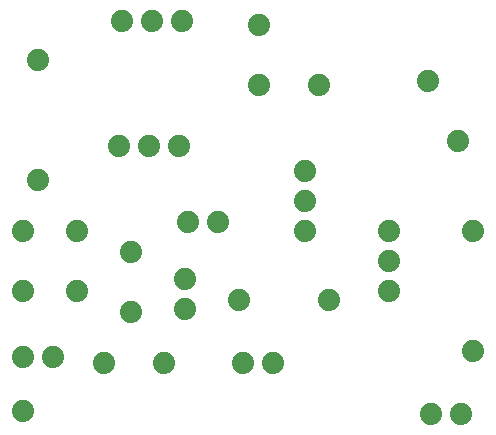
<source format=gbs>
G75*
%MOIN*%
%OFA0B0*%
%FSLAX25Y25*%
%IPPOS*%
%LPD*%
%AMOC8*
5,1,8,0,0,1.08239X$1,22.5*
%
%ADD10C,0.07400*%
D10*
X0041236Y0041236D03*
X0041236Y0059236D03*
X0051236Y0059236D03*
X0068236Y0057236D03*
X0077236Y0074236D03*
X0088236Y0057236D03*
X0095236Y0075236D03*
X0095236Y0085236D03*
X0096236Y0104236D03*
X0106236Y0104236D03*
X0113236Y0078236D03*
X0114549Y0057236D03*
X0124549Y0057236D03*
X0143236Y0078236D03*
X0163236Y0081236D03*
X0163236Y0091236D03*
X0163236Y0101236D03*
X0191236Y0101236D03*
X0186236Y0131236D03*
X0176236Y0151236D03*
X0139799Y0149812D03*
X0119799Y0149812D03*
X0119799Y0169812D03*
X0094236Y0171059D03*
X0084236Y0171059D03*
X0074236Y0171059D03*
X0046236Y0158236D03*
X0073236Y0129413D03*
X0083236Y0129413D03*
X0093236Y0129413D03*
X0077236Y0094236D03*
X0059236Y0101236D03*
X0046236Y0118236D03*
X0041236Y0101236D03*
X0041236Y0081236D03*
X0059236Y0081236D03*
X0135236Y0101236D03*
X0135236Y0111236D03*
X0135236Y0121236D03*
X0191236Y0061236D03*
X0187236Y0040236D03*
X0177236Y0040236D03*
M02*

</source>
